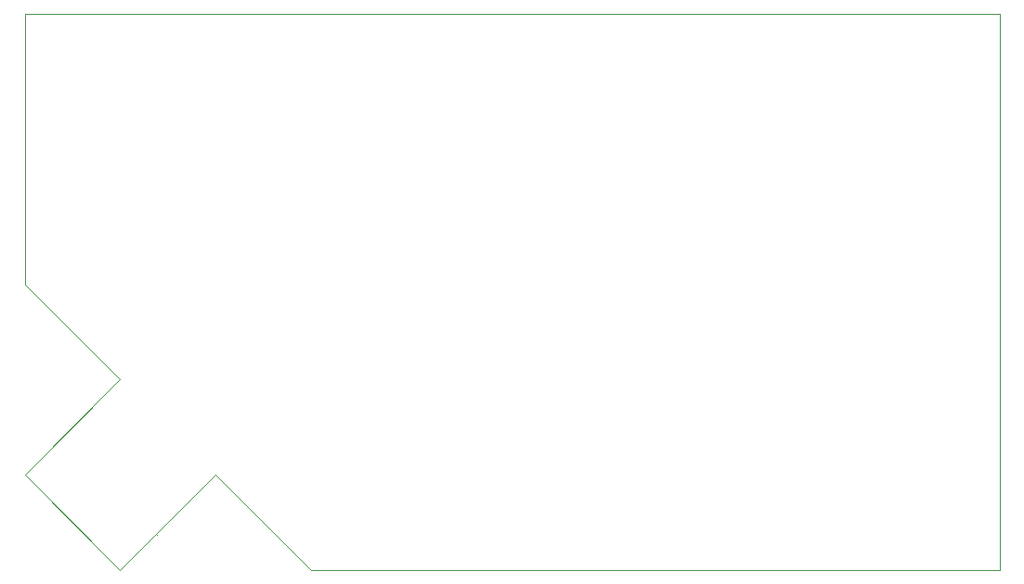
<source format=gm1>
G04 #@! TF.GenerationSoftware,KiCad,Pcbnew,7.0.7*
G04 #@! TF.CreationDate,2023-10-07T16:32:54-04:00*
G04 #@! TF.ProjectId,business_card,62757369-6e65-4737-935f-636172642e6b,rev?*
G04 #@! TF.SameCoordinates,Original*
G04 #@! TF.FileFunction,Profile,NP*
%FSLAX46Y46*%
G04 Gerber Fmt 4.6, Leading zero omitted, Abs format (unit mm)*
G04 Created by KiCad (PCBNEW 7.0.7) date 2023-10-07 16:32:54*
%MOMM*%
%LPD*%
G01*
G04 APERTURE LIST*
G04 #@! TA.AperFunction,Profile*
%ADD10C,0.050000*%
G04 #@! TD*
G04 APERTURE END LIST*
D10*
X125152200Y-129540000D02*
X187960000Y-129540000D01*
X107757400Y-112145200D02*
X99060000Y-103447800D01*
X116454800Y-120842600D02*
X125152200Y-129540000D01*
X99060000Y-120842600D02*
X107757400Y-112145200D01*
X111158700Y-126330000D02*
X111158700Y-126330000D01*
X99060000Y-120842600D02*
X107757400Y-129540000D01*
X107757400Y-129540000D02*
X116454800Y-120842600D01*
X99060000Y-78740000D02*
X99060000Y-103447800D01*
X187960000Y-129540000D02*
X187960000Y-78740000D01*
X187960000Y-78740000D02*
X99060000Y-78740000D01*
M02*

</source>
